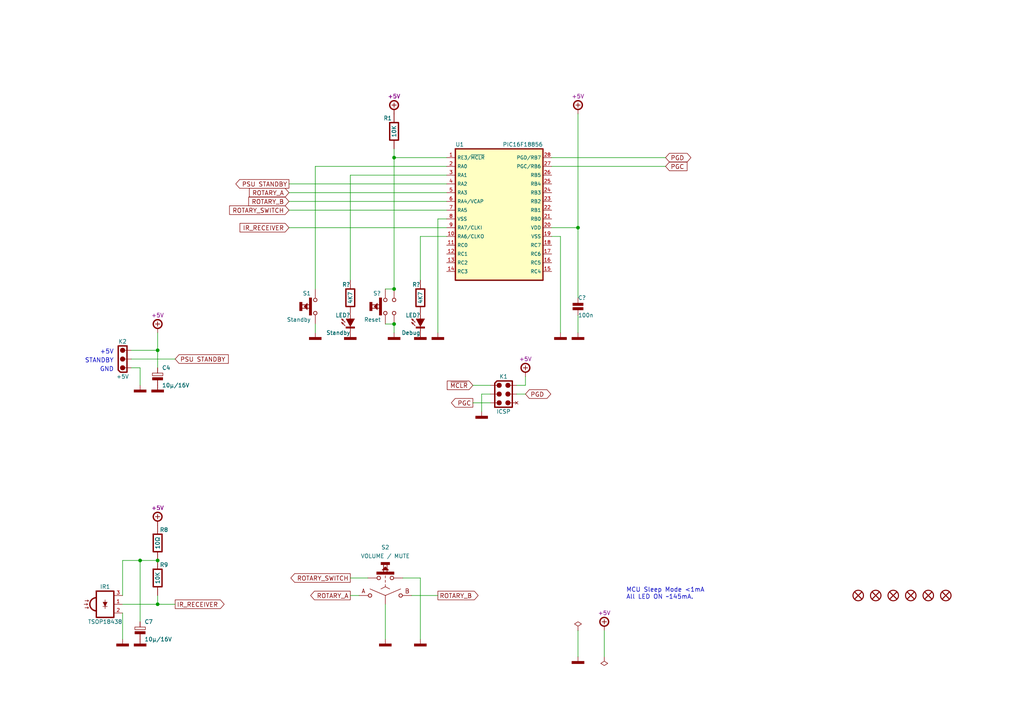
<source format=kicad_sch>
(kicad_sch (version 20211123) (generator eeschema)
  (paper "A4")
  (title_block (title "Display") (date "01/2022") (rev "A") (comment 1 "Integrated Amplifier"))
  (lib_symbols
    (symbol "tronixio:ALPS-SKRPAC" (pin_numbers hide) (pin_names (offset 0) hide)
      (property "Reference" "S" (at 0 8.89 0))
      (property "Value" "ALPS-SKRPAC" (at 0 6.35 0))
      (symbol "ALPS-SKRPAC_0_1"
        (rectangle (start -2.54 1.778) (end 2.54 1.016) (stroke (width 0.001)) (fill (type outline)))
        (circle (center -1.905 -2.54) (radius 0.508) (stroke (width 0.2)))
        (circle (center -1.905 0) (radius 0.508) (stroke (width 0.2)))
        (rectangle (start -1.27 4.572) (end 1.27 3.81) (stroke (width 0.001)) (fill (type outline)))
        (polyline (pts (xy -0.508 1.778) (xy -0.508 3.81)) (stroke (width 0.2)))
        (polyline (pts (xy 0.508 1.778) (xy 0.508 3.81)) (stroke (width 0.2)))
        (polyline (pts (xy -1.016 2.286) (xy 1.016 2.286) (xy 0 3.302) (xy -1.016 2.286)) (stroke (width 0.001)) (fill (type outline)))
        (circle (center 1.905 -2.54) (radius 0.508) (stroke (width 0.2)))
        (circle (center 1.905 0) (radius 0.508) (stroke (width 0.2)))
        (pin passive line (at -5.08 0 0) (length 2.54) (name "1") (number "1"))
        (pin passive line (at -5.08 -2.54 0) (length 2.54) (name "2") (number "2"))
        (pin passive line (at 5.08 0 180) (length 2.54) (name "3") (number "3"))
        (pin passive line (at 5.08 -2.54 180) (length 2.54) (name "4") (number "4"))
      )
    )
    (symbol "tronixio:BOURNS-PEC16-24-NODENTS-SWITCH" (pin_numbers hide) (pin_names (offset 0) hide)
      (property "Reference" "S" (at 0 13.97 0))
      (property "Value" "BOURNS-PEC16-24-NODENTS-SWITCH" (at 0 11.43 0))
      (symbol "BOURNS-PEC16-24-NODENTS-SWITCH_0_0"
        (text "A" (at -6.35 1.27 0) (effects (font (size 1.15 1.15))))
        (text "B" (at 6.35 1.27 0) (effects (font (size 1.27 1.27))))
      )
      (symbol "BOURNS-PEC16-24-NODENTS-SWITCH_0_1"
        (circle (center -4.445 0) (radius 0.508) (stroke (width 0.2)))
        (rectangle (start -2.54 6.858) (end 2.54 6.096) (stroke (width 0.001)) (fill (type outline)))
        (circle (center -1.905 5.08) (radius 0.508) (stroke (width 0.2)))
        (rectangle (start -1.27 9.652) (end 1.27 8.89) (stroke (width 0.001)) (fill (type outline)))
        (polyline (pts (xy -0.508 6.858) (xy -0.508 8.89)) (stroke (width 0.2)))
        (polyline (pts (xy 0 0) (xy -4.445 1.905)) (stroke (width 0.1524)))
        (polyline (pts (xy 0 0) (xy 4.445 1.905)) (stroke (width 0.1524)))
        (polyline (pts (xy 0 2.54) (xy -1.27 1.905)) (stroke (width 0.1524)))
        (polyline (pts (xy 0 2.54) (xy 1.27 1.905)) (stroke (width 0.1524)))
        (polyline (pts (xy 0 3.175) (xy 0 2.54)) (stroke (width 0.1524)))
        (polyline (pts (xy 0 4.445) (xy 0 3.81)) (stroke (width 0.1524)))
        (polyline (pts (xy 0 5.715) (xy 0 5.08)) (stroke (width 0.1524)))
        (polyline (pts (xy 0.508 6.858) (xy 0.508 8.89)) (stroke (width 0.2)))
        (polyline (pts (xy -1.016 7.366) (xy 1.016 7.366) (xy 0 8.382) (xy -1.016 7.366)) (stroke (width 0.001)) (fill (type outline)))
        (circle (center 1.905 5.08) (radius 0.508) (stroke (width 0.2)))
        (circle (center 4.445 0) (radius 0.508) (stroke (width 0.2)))
        (pin passive line (at -7.62 0 0) (length 2.54) (name "A") (number "1"))
        (pin passive line (at 0 -2.54 90) (length 2.54) (name "C") (number "2"))
        (pin passive line (at 7.62 0 180) (length 2.54) (name "B") (number "3"))
        (pin passive line (at 5.08 5.08 180) (length 2.54) (name "~") (number "4"))
        (pin passive line (at -5.08 5.08 0) (length 2.54) (name "~") (number "5"))
      )
    )
    (symbol "tronixio:CK-PTS635-50-TH" (pin_numbers hide) (pin_names (offset 0) hide)
      (property "Reference" "S" (at 0 8.89 0))
      (property "Value" "CK-PTS635-50-TH" (at 0 6.35 0))
      (symbol "CK-PTS635-50-TH_0_1"
        (rectangle (start -2.54 1.778) (end 2.54 1.016) (stroke (width 0.001)) (fill (type outline)))
        (circle (center -1.905 0) (radius 0.508) (stroke (width 0.2)))
        (rectangle (start -1.27 4.572) (end 1.27 3.81) (stroke (width 0.001)) (fill (type outline)))
        (polyline (pts (xy -0.508 1.778) (xy -0.508 3.81)) (stroke (width 0.2)))
        (polyline (pts (xy 0.508 1.778) (xy 0.508 3.81)) (stroke (width 0.2)))
        (polyline (pts (xy -1.016 2.286) (xy 1.016 2.286) (xy 0 3.302) (xy -1.016 2.286)) (stroke (width 0.001)) (fill (type outline)))
        (circle (center 1.905 0) (radius 0.508) (stroke (width 0.2)))
        (pin passive line (at -5.08 0 0) (length 2.54) (name "1") (number "1"))
        (pin passive line (at 5.08 0 180) (length 2.54) (name "2") (number "2"))
      )
    )
    (symbol "tronixio:KEMET-X7R-1206-100N-50V-20P" (pin_numbers hide) (pin_names (offset 0) hide)
      (property "Reference" "C" (at 1.27 2.54 0))
      (property "Value" "KEMET-X7R-1206-100N-50V-20P" (at 1.27 -2.54 0))
      (symbol "KEMET-X7R-1206-100N-50V-20P_0_1"
        (rectangle (start -1.524 -0.254) (end 1.524 -1.016) (stroke (width 0.001)) (fill (type outline)))
        (rectangle (start -1.524 1.016) (end 1.524 0.254) (stroke (width 0.001)) (fill (type outline)))
      )
      (symbol "KEMET-X7R-1206-100N-50V-20P_1_1"
        (pin passive line (at 0 2.54 270) (length 1.905) (name "~") (number "1"))
        (pin passive line (at 0 -2.54 90) (length 1.905) (name "~") (number "2"))
      )
    )
    (symbol "tronixio:KINGBRIGHT-LED-1206-GREEN" (pin_numbers hide) (pin_names (offset 0) hide)
      (property "Reference" "LED" (at 0 -2.54 0))
      (property "Value" "KINGBRIGHT-LED-1206-GREEN" (at 0 -5.08 0))
      (symbol "KINGBRIGHT-LED-1206-GREEN_0_1"
        (rectangle (start -1.27 1.27) (end -0.762 -1.27) (stroke (width 0.001)) (fill (type outline)))
        (polyline (pts (xy 1.524 -1.27) (xy 1.524 1.27) (xy -0.762 0) (xy 1.524 -1.27)) (stroke (width 0.001)) (fill (type outline)))
        (polyline (pts (xy -0.508 1.524) (xy 0.508 2.54) (xy 0.254 2.032) (xy 0 2.286) (xy 0.508 2.54)) (stroke (width 0.2)))
        (polyline (pts (xy 0.508 1.524) (xy 1.524 2.54) (xy 1.27 2.032) (xy 1.016 2.286) (xy 1.524 2.54)) (stroke (width 0.2)))
      )
      (symbol "KINGBRIGHT-LED-1206-GREEN_1_1"
        (pin passive line (at -2.54 0 0) (length 1.27) (name "C") (number "1"))
        (pin passive line (at 2.54 0 180) (length 1.27) (name "A") (number "2"))
      )
    )
    (symbol "tronixio:KOASPEER-RK73B-1206-10K-5P" (pin_numbers hide) (pin_names (offset 0) hide)
      (property "Reference" "R" (at 2.54 1.27 0))
      (property "Value" "KOASPEER-RK73B-1206-10K-5P" (at 2.54 -1.27 0))
      (symbol "KOASPEER-RK73B-1206-10K-5P_0_1"
        (rectangle (start -1.27 -2.54) (end 1.27 2.54) (stroke (width 0.4)))
      )
      (symbol "KOASPEER-RK73B-1206-10K-5P_1_1"
        (pin passive line (at 0 5.08 270) (length 2.54) (name "~") (number "1"))
        (pin passive line (at 0 -5.08 90) (length 2.54) (name "~") (number "2"))
      )
    )
    (symbol "tronixio:KOASPEER-RK73B-1206-10R-5P" (pin_numbers hide) (pin_names (offset 0) hide)
      (property "Reference" "R" (at 2.54 1.27 0))
      (property "Value" "KOASPEER-RK73B-1206-10R-5P" (at 2.54 -1.27 0))
      (symbol "KOASPEER-RK73B-1206-10R-5P_0_1"
        (rectangle (start -1.27 -2.54) (end 1.27 2.54) (stroke (width 0.4)))
      )
      (symbol "KOASPEER-RK73B-1206-10R-5P_1_1"
        (pin passive line (at 0 5.08 270) (length 2.54) (name "~") (number "1"))
        (pin passive line (at 0 -5.08 90) (length 2.54) (name "~") (number "2"))
      )
    )
    (symbol "tronixio:KOASPEER-RK73B-1206-4K7-5P" (pin_numbers hide) (pin_names (offset 0) hide)
      (property "Reference" "R" (at 2.54 1.27 0))
      (property "Value" "KOASPEER-RK73B-1206-4K7-5P" (at 2.54 -1.27 0))
      (symbol "KOASPEER-RK73B-1206-4K7-5P_0_1"
        (rectangle (start -1.27 -2.54) (end 1.27 2.54) (stroke (width 0.4)))
      )
      (symbol "KOASPEER-RK73B-1206-4K7-5P_1_1"
        (pin passive line (at 0 5.08 270) (length 2.54) (name "~") (number "1"))
        (pin passive line (at 0 -5.08 90) (length 2.54) (name "~") (number "2"))
      )
    )
    (symbol "tronixio:MICROCHIP-ICSP-M-2X03" (pin_numbers hide) (pin_names (offset 0) hide)
      (property "Reference" "K" (at 3.81 2.54 0))
      (property "Value" "MICROCHIP-ICSP-M-2X03" (at 3.81 -7.62 0))
      (symbol "MICROCHIP-ICSP-M-2X03_0_0"
        (polyline (pts (xy 1.27 -6.35) (xy 6.35 -6.35) (xy 6.35 1.27) (xy 1.905 1.27) (xy 1.27 0.635) (xy 1.27 -6.35)) (stroke (width 0.4)))
        (circle (center 2.54 -5.08) (radius 0.635) (stroke (width 0.2)) (fill (type outline)))
        (circle (center 2.54 -2.54) (radius 0.635) (stroke (width 0.2)) (fill (type outline)))
        (circle (center 2.54 0) (radius 0.635) (stroke (width 0.2)) (fill (type outline)))
        (circle (center 5.08 -5.08) (radius 0.635) (stroke (width 0.2)) (fill (type outline)))
        (circle (center 5.08 -2.54) (radius 0.635) (stroke (width 0.2)) (fill (type outline)))
        (circle (center 5.08 0) (radius 0.635) (stroke (width 0.2)) (fill (type outline)))
      )
      (symbol "MICROCHIP-ICSP-M-2X03_1_1"
        (pin input line (at 0 0 0) (length 1.905) (name "~{MCLR}") (number "1"))
        (pin power_in line (at 7.62 0 180) (length 1.905) (name "VDD") (number "2"))
        (pin passive line (at 0 -2.54 0) (length 1.905) (name "GND") (number "3"))
        (pin bidirectional line (at 7.62 -2.54 180) (length 1.905) (name "PGD") (number "4"))
        (pin input line (at 0 -5.08 0) (length 1.905) (name "PGC") (number "5"))
        (pin no_connect line (at 7.62 -5.08 180) (length 1.905) (name "NC") (number "6"))
      )
    )
    (symbol "tronixio:MICROCHIP-PIC16F18856-ISP" (pin_names (offset 0.5))
      (property "Reference" "U" (at 15.24 3.81 0))
      (property "Value" "MICROCHIP-PIC16F18856-ISP" (at 15.24 -36.83 0))
      (symbol "MICROCHIP-PIC16F18856-ISP_0_1"
        (rectangle (start 2.54 -35.56) (end 27.94 2.54) (stroke (width 0.4)) (fill (type background)))
      )
      (symbol "MICROCHIP-PIC16F18856-ISP_1_1"
        (pin input line (at 0 0 0) (length 2.54) (name "RE3/~{MCLR}") (number "1"))
        (pin bidirectional line (at 0 -22.86 0) (length 2.54) (name "RA6/CLKO") (number "10"))
        (pin bidirectional line (at 0 -25.4 0) (length 2.54) (name "RC0") (number "11"))
        (pin bidirectional line (at 0 -27.94 0) (length 2.54) (name "RC1") (number "12"))
        (pin bidirectional line (at 0 -30.48 0) (length 2.54) (name "RC2") (number "13"))
        (pin bidirectional line (at 0 -33.02 0) (length 2.54) (name "RC3") (number "14"))
        (pin bidirectional line (at 30.48 -33.02 180) (length 2.54) (name "RC4") (number "15"))
        (pin bidirectional line (at 30.48 -30.48 180) (length 2.54) (name "RC5") (number "16"))
        (pin bidirectional line (at 30.48 -27.94 180) (length 2.54) (name "RC6") (number "17"))
        (pin bidirectional line (at 30.48 -25.4 180) (length 2.54) (name "RC7") (number "18"))
        (pin power_in line (at 30.48 -22.86 180) (length 2.54) (name "VSS") (number "19"))
        (pin bidirectional line (at 0 -2.54 0) (length 2.54) (name "RA0") (number "2"))
        (pin power_in line (at 30.48 -20.32 180) (length 2.54) (name "VDD") (number "20"))
        (pin bidirectional line (at 30.48 -17.78 180) (length 2.54) (name "RB0") (number "21"))
        (pin bidirectional line (at 30.48 -15.24 180) (length 2.54) (name "RB1") (number "22"))
        (pin bidirectional line (at 30.48 -12.7 180) (length 2.54) (name "RB2") (number "23"))
        (pin bidirectional line (at 30.48 -10.16 180) (length 2.54) (name "RB3") (number "24"))
        (pin bidirectional line (at 30.48 -7.62 180) (length 2.54) (name "RB4") (number "25"))
        (pin bidirectional line (at 30.48 -5.08 180) (length 2.54) (name "RB5") (number "26"))
        (pin bidirectional line (at 30.48 -2.54 180) (length 2.54) (name "PGC/RB6") (number "27"))
        (pin bidirectional line (at 30.48 0 180) (length 2.54) (name "PGD/RB7") (number "28"))
        (pin bidirectional line (at 0 -5.08 0) (length 2.54) (name "RA1") (number "3"))
        (pin bidirectional line (at 0 -7.62 0) (length 2.54) (name "RA2") (number "4"))
        (pin bidirectional line (at 0 -10.16 0) (length 2.54) (name "RA3") (number "5"))
        (pin bidirectional line (at 0 -12.7 0) (length 2.54) (name "RA4/VCAP") (number "6"))
        (pin bidirectional line (at 0 -15.24 0) (length 2.54) (name "RA5") (number "7"))
        (pin power_in line (at 0 -17.78 0) (length 2.54) (name "VSS") (number "8"))
        (pin bidirectional line (at 0 -20.32 0) (length 2.54) (name "RA7/CLKI") (number "9"))
      )
    )
    (symbol "tronixio:MOLEX-MIGHTY-SPOX-03-VERTICAL" (pin_numbers hide) (pin_names (offset 0) hide)
      (property "Reference" "K" (at 0 2.54 0))
      (property "Value" "MOLEX-MIGHTY-SPOX-03-VERTICAL" (at 0 -7.62 0))
      (symbol "MOLEX-MIGHTY-SPOX-03-VERTICAL_0_1"
        (circle (center 0 -5.08) (radius 0.635) (stroke (width 0.2)) (fill (type outline)))
        (circle (center 0 -2.54) (radius 0.635) (stroke (width 0.2)) (fill (type outline)))
        (polyline (pts (xy -1.27 -6.35) (xy 1.27 -6.35) (xy 1.27 0.635) (xy 0.635 1.27) (xy -1.27 1.27) (xy -1.27 -6.35)) (stroke (width 0.4)))
        (circle (center 0 0) (radius 0.635) (stroke (width 0.2)) (fill (type outline)))
      )
      (symbol "MOLEX-MIGHTY-SPOX-03-VERTICAL_1_1"
        (pin passive line (at -2.54 0 0) (length 1.905) (name "1") (number "1"))
        (pin passive line (at -2.54 -2.54 0) (length 1.905) (name "2") (number "2"))
        (pin passive line (at -2.54 -5.08 0) (length 1.905) (name "3") (number "3"))
      )
    )
    (symbol "tronixio:MOUNTING-HOLE-3MM-MASK" (pin_numbers hide) (pin_names (offset 0) hide)
      (symbol "MOUNTING-HOLE-3MM-MASK_0_1"
        (polyline (pts (xy -1.016 -1.016) (xy 1.016 1.016)) (stroke (width 0.3)))
        (polyline (pts (xy 1.016 -1.016) (xy -1.016 1.016)) (stroke (width 0.3)))
        (circle (center 0 0) (radius 1.524) (stroke (width 0.3)))
      )
    )
    (symbol "tronixio:NICHICON-UWX-10U-16V" (pin_numbers hide) (pin_names (offset 0) hide)
      (property "Reference" "C" (at 1.27 2.54 0))
      (property "Value" "NICHICON-UWX-10U-16V" (at 1.27 -2.54 0))
      (symbol "NICHICON-UWX-10U-16V_0_1"
        (rectangle (start -1.524 -0.254) (end 1.524 -1.016) (stroke (width 0.001)) (fill (type outline)))
        (rectangle (start -1.524 1.016) (end 1.524 0.254) (stroke (width 0.1524)))
      )
      (symbol "NICHICON-UWX-10U-16V_1_1"
        (pin passive line (at 0 2.54 270) (length 1.5) (name "~") (number "1"))
        (pin passive line (at 0 -2.54 90) (length 1.905) (name "~") (number "2"))
      )
    )
    (symbol "tronixio:POWER-+5V" (power) (pin_numbers hide) (pin_names (offset 0) hide)
      (property "Name" "+5V" (at 0 5.08 0))
      (symbol "POWER-+5V_0_1"
        (polyline (pts (xy -0.635 2.54) (xy 0.635 2.54)) (stroke (width 0.2)))
        (polyline (pts (xy 0 1.905) (xy 0 3.175)) (stroke (width 0.2)))
        (circle (center 0 2.54) (radius 1.27) (stroke (width 0.4)))
      )
      (symbol "POWER-+5V_1_1"
        (pin power_in line (at 0 0 90) (length 1.27) (name "+5V") (number "1"))
      )
    )
    (symbol "tronixio:POWER-FLAG" (power) (pin_numbers hide) (pin_names (offset 0) hide)
      (symbol "POWER-FLAG_0_0"
        (pin power_out line (at 0 0 90) (length 0) (name "pwr") (number "1"))
      )
      (symbol "POWER-FLAG_0_1"
        (polyline (pts (xy 0 0) (xy 0 1.27) (xy -1.016 1.905) (xy 0 2.54) (xy 1.016 1.905) (xy 0 1.27)))
      )
    )
    (symbol "tronixio:POWER-GND" (power) (pin_numbers hide) (pin_names (offset 0) hide)
      (symbol "POWER-GND_0_1"
        (rectangle (start -1.778 -2.032) (end 1.778 -1.27) (stroke (width 0.001)) (fill (type outline)))
      )
      (symbol "POWER-GND_1_1"
        (pin power_in line (at 0 0 270) (length 1.27) (name "GND") (number "1"))
      )
    )
    (symbol "tronixio:VISHAY-TSOP18438" (pin_names (offset 0.5) hide)
      (property "Reference" "IR" (at 0 5.08 0))
      (property "Value" "VISHAY-TSOP18438" (at 0 -5.08 0))
      (symbol "VISHAY-TSOP18438_0_1"
        (arc (start -2.54 1.905) (mid -4.4256 0) (end -2.54 -1.905) (stroke (width 0.4)))
        (rectangle (start -2.54 3.81) (end 2.54 -3.81) (stroke (width 0.4)))
        (polyline (pts (xy -6.096 0) (xy -5.08 0)))
        (polyline (pts (xy -5.842 -1.016) (xy -4.826 -1.016)))
        (polyline (pts (xy -5.842 1.016) (xy -4.826 1.016)))
        (polyline (pts (xy -5.08 0) (xy -5.334 -0.254)))
        (polyline (pts (xy -5.08 0) (xy -5.334 0.254)))
        (polyline (pts (xy -4.826 -1.016) (xy -5.08 -1.27)))
        (polyline (pts (xy -4.826 -1.016) (xy -5.08 -0.762)))
        (polyline (pts (xy -4.826 1.016) (xy -5.08 0.762)))
        (polyline (pts (xy -4.826 1.016) (xy -5.08 1.27)))
        (polyline (pts (xy -0.635 -0.635) (xy 0.635 -0.635)) (stroke (width 0.1524)))
        (polyline (pts (xy 0 -1.27) (xy 0 1.27)) (stroke (width 0.1524)))
        (polyline (pts (xy -0.635 0.635) (xy 0.635 0.635) (xy 0 -0.635) (xy -0.635 0.635)) (stroke (width 0.001)) (fill (type outline)))
      )
      (symbol "VISHAY-TSOP18438_1_1"
        (pin output line (at 5.08 0 180) (length 2.54) (name "OUT") (number "1"))
        (pin power_in line (at 5.08 -2.54 180) (length 2.54) (name "GND") (number "2"))
        (pin passive line (at 5.08 2.54 180) (length 2.54) (name "V") (number "3"))
      )
    )
  )
  (junction (at 114.3 45.72))
  (junction (at 45.72 162.56))
  (junction (at 114.3 93.98))
  (junction (at 114.3 83.82))
  (junction (at 45.72 175.26))
  (junction (at 167.64 66.04))
  (junction (at 40.64 162.56))
  (junction (at 45.72 101.6))
  (wire (pts (xy 114.3 45.72) (xy 114.3 83.82)))
  (wire (pts (xy 114.3 96.52) (xy 114.3 93.98)))
  (wire (pts (xy 91.44 96.52) (xy 91.44 93.98)))
  (wire (pts (xy 149.86 111.76) (xy 152.4 111.76)))
  (wire (pts (xy 119.38 172.72) (xy 127 172.72)))
  (wire (pts (xy 38.1 104.14) (xy 50.8 104.14)))
  (wire (pts (xy 142.24 114.3) (xy 139.7 114.3)))
  (wire (pts (xy 101.6 167.64) (xy 106.68 167.64)))
  (wire (pts (xy 101.6 50.8) (xy 101.6 81.28)))
  (wire (pts (xy 129.54 63.5) (xy 127 63.5)))
  (wire (pts (xy 139.7 114.3) (xy 139.7 119.38)))
  (wire (pts (xy 160.02 68.58) (xy 162.56 68.58)))
  (wire (pts (xy 111.76 83.82) (xy 114.3 83.82)))
  (wire (pts (xy 83.82 58.42) (xy 129.54 58.42)))
  (wire (pts (xy 83.82 66.04) (xy 129.54 66.04)))
  (wire (pts (xy 45.72 172.72) (xy 45.72 175.26)))
  (wire (pts (xy 101.6 50.8) (xy 129.54 50.8)))
  (wire (pts (xy 160.02 66.04) (xy 167.64 66.04)))
  (wire (pts (xy 45.72 101.6) (xy 45.72 106.68)))
  (wire (pts (xy 101.6 172.72) (xy 104.14 172.72)))
  (wire (pts (xy 91.44 83.82) (xy 91.44 48.26)))
  (wire (pts (xy 83.82 60.96) (xy 129.54 60.96)))
  (wire (pts (xy 114.3 45.72) (xy 114.3 43.18)))
  (wire (pts (xy 83.82 53.34) (xy 129.54 53.34)))
  (wire (pts (xy 129.54 45.72) (xy 114.3 45.72)))
  (wire (pts (xy 137.16 116.84) (xy 142.24 116.84)))
  (wire (pts (xy 167.64 66.04) (xy 167.64 86.36)))
  (wire (pts (xy 45.72 96.52) (xy 45.72 101.6)))
  (wire (pts (xy 111.76 93.98) (xy 114.3 93.98)))
  (wire (pts (xy 137.16 111.76) (xy 142.24 111.76)))
  (wire (pts (xy 111.76 185.42) (xy 111.76 175.26)))
  (wire (pts (xy 121.92 167.64) (xy 121.92 185.42)))
  (wire (pts (xy 35.56 175.26) (xy 45.72 175.26)))
  (wire (pts (xy 40.64 162.56) (xy 45.72 162.56)))
  (wire (pts (xy 83.82 55.88) (xy 129.54 55.88)))
  (wire (pts (xy 127 63.5) (xy 127 96.52)))
  (wire (pts (xy 40.64 106.68) (xy 40.64 111.76)))
  (wire (pts (xy 45.72 175.26) (xy 50.8 175.26)))
  (wire (pts (xy 175.26 182.88) (xy 175.26 190.5)))
  (wire (pts (xy 160.02 48.26) (xy 193.04 48.26)))
  (wire (pts (xy 121.92 68.58) (xy 121.92 81.28)))
  (wire (pts (xy 35.56 162.56) (xy 40.64 162.56)))
  (wire (pts (xy 116.84 167.64) (xy 121.92 167.64)))
  (wire (pts (xy 91.44 48.26) (xy 129.54 48.26)))
  (wire (pts (xy 167.64 96.52) (xy 167.64 91.44)))
  (wire (pts (xy 35.56 177.8) (xy 35.56 185.42)))
  (wire (pts (xy 162.56 68.58) (xy 162.56 96.52)))
  (wire (pts (xy 167.64 182.88) (xy 167.64 190.5)))
  (wire (pts (xy 38.1 101.6) (xy 45.72 101.6)))
  (wire (pts (xy 38.1 106.68) (xy 40.64 106.68)))
  (wire (pts (xy 35.56 172.72) (xy 35.56 162.56)))
  (wire (pts (xy 152.4 111.76) (xy 152.4 109.22)))
  (wire (pts (xy 152.4 114.3) (xy 149.86 114.3)))
  (wire (pts (xy 40.64 162.56) (xy 40.64 180.34)))
  (wire (pts (xy 167.64 33.02) (xy 167.64 66.04)))
  (wire (pts (xy 160.02 45.72) (xy 193.04 45.72)))
  (wire (pts (xy 129.54 68.58) (xy 121.92 68.58)))
  (text "+5V" (at 33.02 102.87 180) (effects (font (size 1.27 1.27)) (justify right bottom)))
  (text "GND" (at 33.02 107.95 180) (effects (font (size 1.27 1.27)) (justify right bottom)))
  (text "STANDBY" (at 33.02 105.41 180) (effects (font (size 1.27 1.27)) (justify right bottom)))
  (text "MCU Sleep Mode <1mA\nAll LED ON ~145mA." (at 181.61 173.99 0) (effects (font (size 1.27 1.27)) (justify left bottom)))
  (global_label "PGC" (shape input) (at 193.04 48.26 0) (property "Intersheet References" "${INTERSHEET_REFS}" (effects hide)))
  (global_label "ROTARY_SWITCH" (shape output) (at 101.6 167.64 180) (property "Intersheet References" "${INTERSHEET_REFS}" (effects hide)))
  (global_label "IR_RECEIVER" (shape output) (at 50.8 175.26 0) (property "Intersheet References" "${INTERSHEET_REFS}" (effects hide)))
  (global_label "~{MCLR}" (shape input) (at 137.16 111.76 180) (property "Intersheet References" "${INTERSHEET_REFS}" (effects hide)))
  (global_label "ROTARY_SWITCH" (shape input) (at 83.82 60.96 180) (property "Intersheet References" "${INTERSHEET_REFS}" (effects hide)))
  (global_label "ROTARY_A" (shape output) (at 101.6 172.72 180) (property "Intersheet References" "${INTERSHEET_REFS}" (effects hide)))
  (global_label "IR_RECEIVER" (shape input) (at 83.82 66.04 180) (property "Intersheet References" "${INTERSHEET_REFS}" (effects hide)))
  (global_label "ROTARY_A" (shape input) (at 83.82 55.88 180) (property "Intersheet References" "${INTERSHEET_REFS}" (effects hide)))
  (global_label "PGD" (shape bidirectional) (at 193.04 45.72 0) (property "Intersheet References" "${INTERSHEET_REFS}" (effects hide)))
  (global_label "PSU STANDBY" (shape input) (at 50.8 104.14 0) (property "Intersheet References" "${INTERSHEET_REFS}" (effects hide)))
  (global_label "ROTARY_B" (shape output) (at 127 172.72 0) (property "Intersheet References" "${INTERSHEET_REFS}" (effects hide)))
  (global_label "PSU STANDBY" (shape output) (at 83.82 53.34 180) (property "Intersheet References" "${INTERSHEET_REFS}" (effects hide)))
  (global_label "ROTARY_B" (shape input) (at 83.82 58.42 180) (property "Intersheet References" "${INTERSHEET_REFS}" (effects hide)))
  (global_label "PGD" (shape bidirectional) (at 152.4 114.3 0) (property "Intersheet References" "${INTERSHEET_REFS}" (effects hide)))
  (global_label "PGC" (shape output) (at 137.16 116.84 180) (property "Intersheet References" "${INTERSHEET_REFS}" (effects hide)))
  (symbol (lib_id "tronixio:POWER-GND") (at 127 96.52 0) (unit 1)
    (property "Reference" "#PWR?" (effects hide))
    (property "Value" "POWER-GND" (effects hide))
  )
  (symbol (lib_id "tronixio:KEMET-X7R-1206-100N-50V-20P") (at 167.64 88.9 0) (mirror y) (unit 1)
    (property "Reference" "C?" (at 167.64 86.36 0) (effects (font (size 1.15 1.15)) (justify right)))
    (property "Value" "100n" (at 167.64 91.44 0) (effects (font (size 1.15 1.15)) (justify right)))
    (property "Footprint" "tronixio:CAPACITOR-SMD-1206" (effects hide))
    (property "Datasheet" "https://content.kemet.com/datasheets/KEM_C1090_X7R_ESD.pdf" (effects hide))
    (property "Voltage" "50V" (effects hide))
    (property "Tolerance" "20%" (effects hide))
    (property "Mouser" "80-C1206C104M5R" (effects hide))
  )
  (symbol (lib_id "tronixio:NICHICON-UWX-10U-16V") (at 45.72 109.22 0) (unit 1)
    (property "Reference" "C4" (at 46.99 106.68 0) (effects (font (size 1.15 1.15)) (justify left)))
    (property "Value" "10µ/16V" (at 46.99 111.76 0) (effects (font (size 1.15 1.15)) (justify left)))
    (property "Footprint" "tronixio:CAPACITOR-ELECTROLYTIC-SMD-040-054" (effects hide))
    (property "Datasheet" "https://www.nichicon.co.jp/english/products/pdfs/e-uwx.pdf" (effects hide))
    (property "Mouser" "647-UWX1C100MCL1" (effects hide))
    (property "Tolerance" "20%" (effects hide))
    (property "Voltage" "16V" (effects hide))
  )
  (symbol (lib_id "tronixio:KOASPEER-RK73B-1206-4K7-5P") (at 121.92 86.36 180) (unit 1)
    (property "Reference" "R?" (at 121.92 82.55 0) (effects (font (size 1.15 1.15)) (justify left)))
    (property "Value" "4K7" (at 121.92 86.36 90) (effects (font (size 1.15 1.15))))
    (property "Footprint" "tronixio:RESISTOR-SMD-1206" (effects hide))
    (property "Datasheet" "https://www.koaspeer.com/products/resistors/general-purpose/rk73b/" (effects hide))
    (property "Tolerance" "5%" (effects hide))
    (property "Mouser" "660-RK73B2BTTDD472J" (effects hide))
  )
  (symbol (lib_id "tronixio:POWER-GND") (at 139.7 119.38 0) (unit 1)
    (property "Reference" "#PWR015" (effects hide))
    (property "Value" "POWER-GND" (effects hide))
  )
  (symbol (lib_id "tronixio:POWER-GND") (at 162.56 96.52 0) (unit 1)
    (property "Reference" "#PWR010" (effects hide))
    (property "Value" "POWER-GND" (effects hide))
  )
  (symbol (lib_id "tronixio:POWER-FLAG") (at 167.64 182.88 0) (unit 1)
    (property "Reference" "#FLG01" (effects hide))
    (property "Value" "POWER-FLAG" (effects hide))
  )
  (symbol (lib_id "tronixio:NICHICON-UWX-10U-16V") (at 40.64 182.88 0) (unit 1)
    (property "Reference" "C7" (at 41.91 180.34 0) (effects (font (size 1.15 1.15)) (justify left)))
    (property "Value" "10µ/16V" (at 41.91 185.42 0) (effects (font (size 1.15 1.15)) (justify left)))
    (property "Footprint" "tronixio:CAPACITOR-ELECTROLYTIC-SMD-040-054" (effects hide))
    (property "Datasheet" "https://www.nichicon.co.jp/english/products/pdfs/e-uwx.pdf" (effects hide))
    (property "Mouser" "647-UWX1C100MCL1" (effects hide))
    (property "Tolerance" "20%" (effects hide))
    (property "Voltage" "16V" (effects hide))
  )
  (symbol (lib_id "tronixio:POWER-GND") (at 111.76 185.42 0) (unit 1)
    (property "Reference" "#PWR035" (effects hide))
    (property "Value" "POWER-GND" (effects hide))
  )
  (symbol (lib_id "tronixio:MOUNTING-HOLE-3MM-MASK") (at 269.24 172.72 0) (unit 1)
    (property "Reference" "H5" (effects hide))
    (property "Value" "MOUNTING-HOLE-3MM-MASK" (effects hide))
    (property "Footprint" "tronixio:MOUNTING-HOLE-3MM-MASK" (effects hide))
  )
  (symbol (lib_id "tronixio:POWER-GND") (at 45.72 111.76 0) (unit 1)
    (property "Reference" "#PWR023" (effects hide))
    (property "Value" "POWER-GND" (effects hide))
  )
  (symbol (lib_id "tronixio:POWER-+5V") (at 152.4 109.22 0) (unit 1)
    (property "Reference" "#PWR013" (effects hide))
    (property "Value" "POWER-+5V" (effects hide))
    (property "Name" "+5V" (at 152.4 104.14 0) (effects (font (size 1.15 1.15))))
  )
  (symbol (lib_id "tronixio:POWER-+5V") (at 45.72 152.4 0) (unit 1)
    (property "Reference" "#PWR031" (effects hide))
    (property "Value" "POWER-+5V" (effects hide))
    (property "Name" "+5V" (at 45.72 147.32 0) (effects (font (size 1.15 1.15))))
  )
  (symbol (lib_id "tronixio:KINGBRIGHT-LED-1206-GREEN") (at 101.6 93.98 90) (unit 1)
    (property "Reference" "LED?" (at 101.6 91.44 90) (effects (font (size 1.15 1.15)) (justify left)))
    (property "Value" "Standby" (at 101.6 96.52 90) (effects (font (size 1.15 1.15)) (justify left)))
    (property "Footprint" "tronixio:LED-SMD-1206" (effects hide))
    (property "Datasheet" "http://www.kingbrightusa.com/images/catalog/SPEC/APT3216LZGCK.pdf" (effects hide))
    (property "Mouser" "604-APT3216LZGCK" (effects hide))
  )
  (symbol (lib_id "tronixio:KOASPEER-RK73B-1206-10R-5P") (at 45.72 157.48 180) (unit 1)
    (property "Reference" "R8" (at 46.355 153.67 0) (effects (font (size 1.15 1.15)) (justify right)))
    (property "Value" "10Ω" (at 45.72 157.48 90) (effects (font (size 1.15 1.15))))
    (property "Footprint" "tronixio:RESISTOR-SMD-1206" (effects hide))
    (property "Datasheet" "https://www.koaspeer.com/products/resistors/general-purpose/rk73b/" (effects hide))
    (property "Tolerance" "5%" (effects hide))
    (property "Mouser" "660-RK73B2BTTDD100J" (effects hide))
  )
  (symbol (lib_id "tronixio:KINGBRIGHT-LED-1206-GREEN") (at 121.92 93.98 90) (unit 1)
    (property "Reference" "LED?" (at 121.92 91.44 90) (effects (font (size 1.15 1.15)) (justify left)))
    (property "Value" "Debug" (at 121.92 96.52 90) (effects (font (size 1.15 1.15)) (justify left)))
    (property "Footprint" "tronixio:LED-SMD-1206" (effects hide))
    (property "Datasheet" "http://www.kingbrightusa.com/images/catalog/SPEC/APT3216LZGCK.pdf" (effects hide))
    (property "Mouser" "604-APT3216LZGCK" (effects hide))
  )
  (symbol (lib_id "tronixio:MOUNTING-HOLE-3MM-MASK") (at 259.08 172.72 0) (unit 1)
    (property "Reference" "H3" (effects hide))
    (property "Value" "MOUNTING-HOLE-3MM-MASK" (effects hide))
    (property "Footprint" "tronixio:MOUNTING-HOLE-3MM-MASK" (effects hide))
  )
  (symbol (lib_id "tronixio:BOURNS-PEC16-24-NODENTS-SWITCH") (at 111.76 172.72 0) (unit 1)
    (property "Reference" "S2" (at 111.76 158.75 0) (effects (font (size 1.15 1.15))))
    (property "Value" "VOLUME / MUTE" (at 111.76 161.29 0) (effects (font (size 1.15 1.15))))
    (property "Footprint" "tronixio:BOURNS-PEC16-SWITCH" (effects hide))
    (property "Datasheet" "https://www.bourns.com/docs/product-datasheets/pec16.pdf?sfvrsn=591089f1_12" (effects hide))
    (property "Mouser" "652-PEC164015F-S0024" (effects hide))
  )
  (symbol (lib_id "tronixio:POWER-GND") (at 35.56 185.42 0) (unit 1)
    (property "Reference" "#PWR033" (effects hide))
    (property "Value" "POWER-GND" (effects hide))
  )
  (symbol (lib_id "tronixio:MOUNTING-HOLE-3MM-MASK") (at 274.32 172.72 0) (unit 1)
    (property "Reference" "H6" (effects hide))
    (property "Value" "MOUNTING-HOLE-3MM-MASK" (effects hide))
    (property "Footprint" "tronixio:MOUNTING-HOLE-3MM-MASK" (effects hide))
  )
  (symbol (lib_id "tronixio:POWER-GND") (at 101.6 96.52 0) (unit 1)
    (property "Reference" "#PWR?" (effects hide))
    (property "Value" "POWER-GND" (effects hide))
  )
  (symbol (lib_id "tronixio:MOUNTING-HOLE-3MM-MASK") (at 264.16 172.72 0) (unit 1)
    (property "Reference" "H4" (effects hide))
    (property "Value" "MOUNTING-HOLE-3MM-MASK" (effects hide))
    (property "Footprint" "tronixio:MOUNTING-HOLE-3MM-MASK" (effects hide))
  )
  (symbol (lib_id "tronixio:POWER-+5V") (at 175.26 182.88 0) (unit 1)
    (property "Reference" "#PWR032" (effects hide))
    (property "Value" "POWER-+5V" (effects hide))
    (property "Name" "+5V" (at 175.26 177.8 0) (effects (font (size 1.15 1.15))))
  )
  (symbol (lib_id "tronixio:POWER-GND") (at 40.64 185.42 0) (unit 1)
    (property "Reference" "#PWR034" (effects hide))
    (property "Value" "POWER-GND" (effects hide))
  )
  (symbol (lib_id "tronixio:POWER-GND") (at 121.92 185.42 0) (unit 1)
    (property "Reference" "#PWR036" (effects hide))
    (property "Value" "POWER-GND" (effects hide))
  )
  (symbol (lib_id "tronixio:POWER-+5V") (at 167.64 33.02 0) (unit 1)
    (property "Reference" "#PWR04" (effects hide))
    (property "Value" "POWER-+5V" (effects hide))
    (property "Name" "+5V" (at 167.64 27.94 0) (effects (font (size 1.15 1.15))))
  )
  (symbol (lib_id "tronixio:POWER-GND") (at 121.92 96.52 0) (unit 1)
    (property "Reference" "#PWR?" (effects hide))
    (property "Value" "POWER-GND" (effects hide))
  )
  (symbol (lib_id "tronixio:KOASPEER-RK73B-1206-10K-5P") (at 114.3 38.1 180) (unit 1)
    (property "Reference" "R1" (at 113.665 34.29 0) (effects (font (size 1.15 1.15)) (justify left)))
    (property "Value" "10K" (at 114.3 38.1 90) (effects (font (size 1.15 1.15))))
    (property "Footprint" "tronixio:RESISTOR-SMD-1206" (effects hide))
    (property "Datasheet" "https://www.koaspeer.com/products/resistors/general-purpose/rk73b/" (effects hide))
    (property "Tolerance" "5%" (effects hide))
    (property "Mouser" "660-RK73B2BTTDD103J" (effects hide))
  )
  (symbol (lib_id "tronixio:MOLEX-MIGHTY-SPOX-03-VERTICAL") (at 35.56 106.68 180) (unit 1)
    (property "Reference" "K2" (at 35.56 99.06 0) (effects (font (size 1.15 1.15))))
    (property "Value" "+5V" (at 35.56 109.22 0) (effects (font (size 1.15 1.15))))
    (property "Footprint" "tronixio:MOLEX-532580329" (effects hide))
    (property "Datasheet" "https://www.molex.com/pdm_docs/sd/532580329_sd.pdf" (effects hide))
    (property "Mouser" "538-53258-0329" (effects hide))
  )
  (symbol (lib_id "tronixio:MOUNTING-HOLE-3MM-MASK") (at 248.92 172.72 0) (unit 1)
    (property "Reference" "H1" (effects hide))
    (property "Value" "MOUNTING-HOLE-3MM-MASK" (effects hide))
    (property "Footprint" "tronixio:MOUNTING-HOLE-3MM-MASK" (effects hide))
  )
  (symbol (lib_id "tronixio:MICROCHIP-ICSP-M-2X03") (at 142.24 111.76 0) (unit 1)
    (property "Reference" "K1" (at 146.05 109.22 0) (effects (font (size 1.15 1.15))))
    (property "Value" "ICSP" (at 146.05 119.38 0) (effects (font (size 1.15 1.15))))
    (property "Footprint" "tronixio:HARWIN-M20-998034x" (effects hide))
    (property "Datasheet" "https://ww1.microchip.com/downloads/en/DeviceDoc/30277d.pdf" (effects hide))
    (property "Mouser" "855-M20-9980346" (effects hide))
  )
  (symbol (lib_id "tronixio:KOASPEER-RK73B-1206-10K-5P") (at 45.72 167.64 180) (unit 1)
    (property "Reference" "R9" (at 46.355 163.83 0) (effects (font (size 1.15 1.15)) (justify right)))
    (property "Value" "10K" (at 45.72 167.64 90) (effects (font (size 1.15 1.15))))
    (property "Footprint" "tronixio:RESISTOR-SMD-1206" (effects hide))
    (property "Datasheet" "https://www.koaspeer.com/products/resistors/general-purpose/rk73b/" (effects hide))
    (property "Tolerance" "5%" (effects hide))
    (property "Mouser" "660-RK73B2BTTDD103J" (effects hide))
  )
  (symbol (lib_id "tronixio:CK-PTS635-50-TH") (at 91.44 88.9 90) (unit 1)
    (property "Reference" "S1" (at 90.17 85.09 90) (effects (font (size 1.15 1.15)) (justify left)))
    (property "Value" "Standby" (at 90.17 92.71 90) (effects (font (size 1.15 1.15)) (justify left)))
    (property "Footprint" "tronixio:CK-PTS635S-TH" (effects hide))
    (property "Datasheet" "http://www.ck-components.com/pts635/tactile,10590,en.html" (effects hide))
    (property "Mouser" "611-PTS635SH50LFS" (effects hide))
  )
  (symbol (lib_id "tronixio:POWER-+5V") (at 45.72 96.52 0) (unit 1)
    (property "Reference" "#PWR014" (effects hide))
    (property "Value" "POWER-+5V" (effects hide))
    (property "Name" "+5V" (at 45.72 91.44 0) (effects (font (size 1.15 1.15))))
  )
  (symbol (lib_id "tronixio:MOUNTING-HOLE-3MM-MASK") (at 254 172.72 0) (unit 1)
    (property "Reference" "H2" (effects hide))
    (property "Value" "MOUNTING-HOLE-3MM-MASK" (effects hide))
    (property "Footprint" "tronixio:MOUNTING-HOLE-3MM-MASK" (effects hide))
  )
  (symbol (lib_id "tronixio:POWER-GND") (at 167.64 96.52 0) (unit 1)
    (property "Reference" "#PWR09" (effects hide))
    (property "Value" "POWER-GND" (effects hide))
  )
  (symbol (lib_id "tronixio:POWER-GND") (at 167.64 190.5 0) (unit 1)
    (property "Reference" "#PWR037" (effects hide))
    (property "Value" "POWER-GND" (effects hide))
  )
  (symbol (lib_id "tronixio:MICROCHIP-PIC16F18856-ISP") (at 129.54 45.72 0) (unit 1)
    (property "Reference" "U1" (at 132.08 41.91 0) (effects (font (size 1.15 1.15)) (justify left)))
    (property "Value" "PIC16F18856" (at 157.48 41.91 0) (effects (font (size 1.15 1.15)) (justify right)))
    (property "Footprint" "tronixio:DIP-28-W762" (effects hide))
    (property "Datasheet" "https://www.microchip.com/en-us/product/PIC16F18856" (effects hide))
    (property "Mouser" "579-PIC16F18856-I/SP" (effects hide))
  )
  (symbol (lib_id "tronixio:POWER-GND") (at 91.44 96.52 0) (unit 1)
    (property "Reference" "#PWR?" (effects hide))
    (property "Value" "POWER-GND" (effects hide))
  )
  (symbol (lib_id "tronixio:POWER-+5V") (at 114.3 33.02 0) (unit 1)
    (property "Reference" "#PWR03" (effects hide))
    (property "Value" "POWER-+5V" (effects hide))
    (property "Name" "+5V" (at 114.3 27.94 0) (effects (font (size 1.15 1.15))))
  )
  (symbol (lib_id "tronixio:VISHAY-TSOP18438") (at 30.48 175.26 0) (unit 1)
    (property "Reference" "IR1" (at 30.48 170.18 0) (effects (font (size 1.15 1.15))))
    (property "Value" "TSOP18438" (at 30.48 180.34 0) (effects (font (size 1.15 1.15))))
    (property "Footprint" "tronixio:VISHAY-MINICAST-HORIZONTAL" (effects hide))
    (property "Datasheet" "https://www.vishay.com/docs/82739/tsop184.pdf" (effects hide))
    (property "Mouser" "78-TSOP18438" (effects hide))
  )
  (symbol (lib_id "tronixio:KOASPEER-RK73B-1206-4K7-5P") (at 101.6 86.36 180) (unit 1)
    (property "Reference" "R?" (at 101.6 82.55 0) (effects (font (size 1.15 1.15)) (justify left)))
    (property "Value" "4K7" (at 101.6 86.36 90) (effects (font (size 1.15 1.15))))
    (property "Footprint" "tronixio:RESISTOR-SMD-1206" (effects hide))
    (property "Datasheet" "https://www.koaspeer.com/products/resistors/general-purpose/rk73b/" (effects hide))
    (property "Tolerance" "5%" (effects hide))
    (property "Mouser" "660-RK73B2BTTDD472J" (effects hide))
  )
  (symbol (lib_id "tronixio:POWER-FLAG") (at 175.26 190.5 180) (unit 1)
    (property "Reference" "#FLG02" (effects hide))
    (property "Value" "POWER-FLAG" (effects hide))
  )
  (symbol (lib_id "tronixio:ALPS-SKRPAC") (at 111.76 88.9 90) (unit 1)
    (property "Reference" "S?" (at 110.49 85.09 90) (effects (font (size 1.15 1.15)) (justify left)))
    (property "Value" "Reset" (at 110.49 92.71 90) (effects (font (size 1.15 1.15)) (justify left)))
    (property "Footprint" "tronixio:ALPS-SKRPAC" (effects hide))
    (property "Datasheet" "http://www.alps.com/prod/info/E/HTML/Tact/SurfaceMount/SKRP/SKRPACE010.html" (effects hide))
    (property "Mouser" "688-SKRPACE010" (effects hide))
  )
  (symbol (lib_id "tronixio:POWER-GND") (at 114.3 96.52 0) (unit 1)
    (property "Reference" "#PWR07" (effects hide))
    (property "Value" "POWER-GND" (effects hide))
  )
  (symbol (lib_id "tronixio:POWER-GND") (at 40.64 111.76 0) (unit 1)
    (property "Reference" "#PWR022" (effects hide))
    (property "Value" "POWER-GND" (effects hide))
  )
)
</source>
